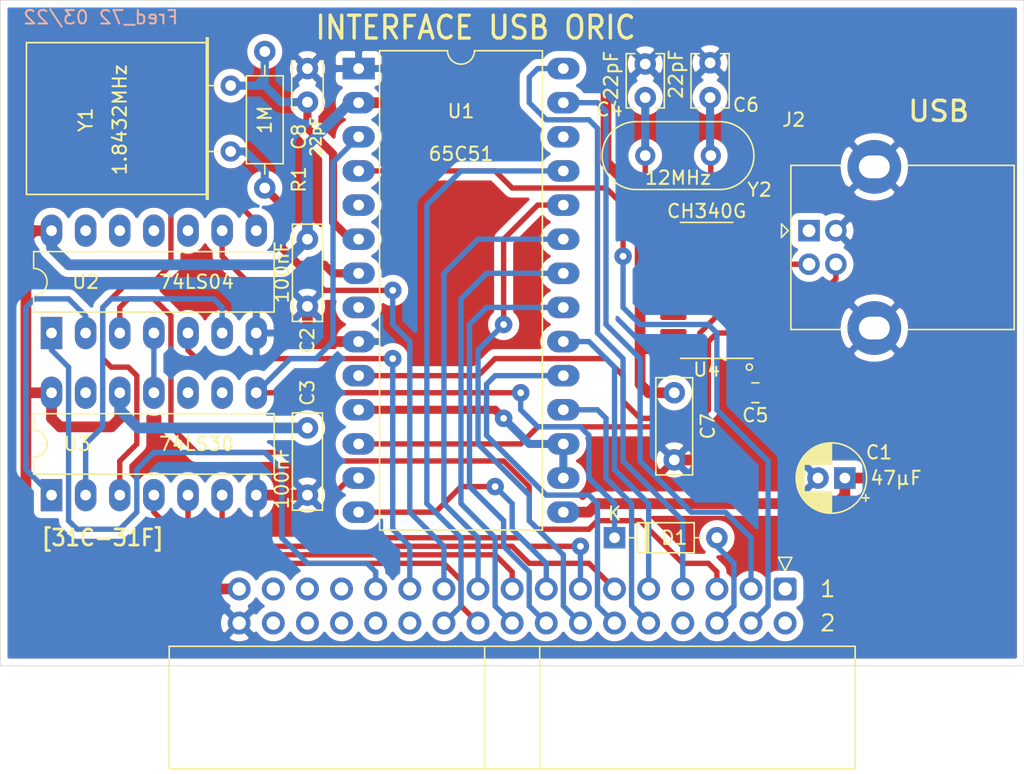
<source format=kicad_pcb>
(kicad_pcb (version 20171130) (host pcbnew "(5.1.12)-1")
  (title_block (title "INTERFACE ACIA ORIC") (rev 1.0))
  (layers (0 F.Cu signal) (31 B.Cu signal) (34 B.Paste user) (35 F.Paste user) (36 B.SilkS user) (37 F.SilkS user) (38 B.Mask user) (39 F.Mask user) (44 Edge.Cuts user))
  (net 0 "")
  (net 1 GND)
  (net 2 VCC)
  (net 3 /~RESET)
  (net 4 /D0)
  (net 5 /D1)
  (net 6 /D2)
  (net 7 /D3)
  (net 8 /D4)
  (net 9 /D5)
  (net 10 /D6)
  (net 11 /D7)
  (net 12 /A0)
  (net 13 /A1)
  (net 14 /A2)
  (net 15 /A3)
  (net 16 /A4)
  (net 17 /A5)
  (net 18 /A6)
  (net 19 /A7)
  (net 20 /A8)
  (net 21 /A9)
  (net 22 /A10)
  (net 23 /A11)
  (net 24 /A12)
  (net 25 /A13)
  (net 26 /A14)
  (net 27 /A15)
  (net 28 "Net-(C4-Pad2)")
  (net 29 "Net-(C6-Pad2)")
  (net 30 /~IOCTRL)
  (net 31 "Net-(D1-Pad1)")
  (net 32 /~IRQ)
  (net 33 /~ROMDIS)
  (net 34 /R_~W)
  (net 35 /~IO)
  (net 36 /PHI2)
  (net 37 /~MAP)
  (net 38 "Net-(U1-Pad5)")
  (net 39 "Net-(U1-Pad8)")
  (net 40 "Net-(U2-Pad6)")
  (net 41 "Net-(U2-Pad2)")
  (net 42 "Net-(U2-Pad8)")
  (net 43 "Net-(C5-Pad1)")
  (net 44 "Net-(U1-Pad26)")
  (net 45 "Net-(U1-Pad12)")
  (net 46 "Net-(U1-Pad11)")
  (net 47 "Net-(U1-Pad10)")
  (net 48 "Net-(U2-Pad4)")
  (net 49 "Net-(J2-Pad2)")
  (net 50 "Net-(J2-Pad3)")
  (net 51 "Net-(U4-Pad9)")
  (net 52 "Net-(J2-Pad1)")
  (net 53 "Net-(C8-Pad2)")
  (net 54 "Net-(R1-Pad1)")
  (net 55 "Net-(U4-Pad15)")
  (net 56 "Net-(U4-Pad14)")
  (net 57 "Net-(U4-Pad13)")
  (net 58 "Net-(U4-Pad12)")
  (net 59 "Net-(U4-Pad11)")
  (net 60 "Net-(U4-Pad10)")
  (module Capacitor_THT:C_Rect_L7.0mm_W2.5mm_P5.00mm (layer F.Cu) (at 164.465 81.28 270)
    (fp_text reference C7 (at 2.5 -2.5 90) (layer F.SilkS))
    (fp_text value 100nF)
    (pad 2 thru_hole circle (at 5 0 270) (size 1.6 1.6) (drill 0.8) (layers *.Cu *.Mask) (net 1 GND))
    (pad 1 thru_hole circle (at 0 0 270) (size 1.6 1.6) (drill 0.8) (layers *.Cu *.Mask) (net 2 VCC))
  )
  (module Capacitor_SMD:C_0805_2012Metric (layer F.Cu) (at 170.5 81.28 180)
    (fp_text reference C5 (at 0 -1.68) (layer F.SilkS))
    (fp_text value 100nF)
    (pad 2 smd roundrect (at 0.95 0 180) (size 1 1.45) (layers F.Cu F.Paste F.Mask) (net 1 GND))
    (pad 1 smd roundrect (at -0.95 0 180) (size 1 1.45) (layers F.Cu F.Paste F.Mask) (net 43 "Net-(C5-Pad1)"))
  )
  (module Package_SO:SOIC-16_3.9x9.9mm_P1.27mm (layer F.Cu) (at 166.878 73.66 180)
    (fp_text reference U4 (at 0 -5.9 180) (layer F.SilkS))
    (fp_text value CH340G (at 0 5.9 180) (layer F.SilkS))
    (pad 16 smd roundrect (at 2.475 -4.445 180) (size 1.95 0.6) (layers F.Cu F.Paste F.Mask) (net 2 VCC))
    (pad 15 smd roundrect (at 2.475 -3.175 180) (size 1.95 0.6) (layers F.Cu F.Paste F.Mask) (net 55 "Net-(U4-Pad15)"))
    (pad 14 smd roundrect (at 2.475 -1.905 180) (size 1.95 0.6) (layers F.Cu F.Paste F.Mask) (net 56 "Net-(U4-Pad14)"))
    (pad 13 smd roundrect (at 2.475 -0.635 180) (size 1.95 0.6) (layers F.Cu F.Paste F.Mask) (net 57 "Net-(U4-Pad13)"))
    (pad 12 smd roundrect (at 2.475 0.635 180) (size 1.95 0.6) (layers F.Cu F.Paste F.Mask) (net 58 "Net-(U4-Pad12)"))
    (pad 11 smd roundrect (at 2.475 1.905 180) (size 1.95 0.6) (layers F.Cu F.Paste F.Mask) (net 59 "Net-(U4-Pad11)"))
    (pad 10 smd roundrect (at 2.475 3.175 180) (size 1.95 0.6) (layers F.Cu F.Paste F.Mask) (net 60 "Net-(U4-Pad10)"))
    (pad 9 smd roundrect (at 2.475 4.445 180) (size 1.95 0.6) (layers F.Cu F.Paste F.Mask) (net 51 "Net-(U4-Pad9)"))
    (pad 8 smd roundrect (at -2.475 4.445 180) (size 1.95 0.6) (layers F.Cu F.Paste F.Mask) (net 29 "Net-(C6-Pad2)"))
    (pad 7 smd roundrect (at -2.475 3.175 180) (size 1.95 0.6) (layers F.Cu F.Paste F.Mask) (net 28 "Net-(C4-Pad2)"))
    (pad 6 smd roundrect (at -2.475 1.905 180) (size 1.95 0.6) (layers F.Cu F.Paste F.Mask) (net 49 "Net-(J2-Pad2)"))
    (pad 5 smd roundrect (at -2.475 0.635 180) (size 1.95 0.6) (layers F.Cu F.Paste F.Mask) (net 50 "Net-(J2-Pad3)"))
    (pad 4 smd roundrect (at -2.475 -0.635 180) (size 1.95 0.6) (layers F.Cu F.Paste F.Mask) (net 43 "Net-(C5-Pad1)"))
    (pad 3 smd roundrect (at -2.475 -1.905 180) (size 1.95 0.6) (layers F.Cu F.Paste F.Mask) (net 47 "Net-(U1-Pad10)"))
    (pad 2 smd roundrect (at -2.475 -3.175 180) (size 1.95 0.6) (layers F.Cu F.Paste F.Mask) (net 45 "Net-(U1-Pad12)"))
    (pad 1 smd roundrect (at -2.475 -4.445 180) (size 1.95 0.6) (layers F.Cu F.Paste F.Mask) (net 1 GND))
  )
  (module Crystal:Crystal_HC49-U_Vertical (layer F.Cu) (at 162.306 63.627)
    (fp_text reference Y2 (at 8.509 2.54) (layer F.SilkS))
    (fp_text value 12MHz (at 2.44 1.651) (layer F.SilkS))
    (pad 2 thru_hole circle (at 4.88 0) (size 1.5 1.5) (drill 0.8) (layers *.Cu *.Mask) (net 29 "Net-(C6-Pad2)"))
    (pad 1 thru_hole circle (at 0 0) (size 1.5 1.5) (drill 0.8) (layers *.Cu *.Mask) (net 28 "Net-(C4-Pad2)"))
  )
  (module Connector_USB:USB_B_Lumberg_2411_02_Horizontal (layer F.Cu) (at 174.498 69.215)
    (fp_text reference J2 (at -1.143 -8.255) (layer F.SilkS))
    (fp_text value USB_B)
    (pad 5 thru_hole circle (at 4.86 -4.75 90) (size 4 4) (drill oval 1.7 2.3) (layers *.Cu *.Mask) (net 1 GND))
    (pad 5 thru_hole circle (at 4.86 7.25 90) (size 4 4) (drill oval 1.7 2.3) (layers *.Cu *.Mask) (net 1 GND))
    (pad 4 thru_hole circle (at 2 0 90) (size 1.6 1.6) (drill 0.95) (layers *.Cu *.Mask) (net 1 GND))
    (pad 3 thru_hole circle (at 2 2.5 90) (size 1.6 1.6) (drill 0.95) (layers *.Cu *.Mask) (net 50 "Net-(J2-Pad3)"))
    (pad 2 thru_hole circle (at 0 2.5 90) (size 1.6 1.6) (drill 0.95) (layers *.Cu *.Mask) (net 49 "Net-(J2-Pad2)"))
    (pad 1 thru_hole rect (at 0 0 90) (size 1.6 1.6) (drill 0.95) (layers *.Cu *.Mask) (net 52 "Net-(J2-Pad1)"))
  )
  (module Capacitor_THT:C_Disc_D3.8mm_W2.6mm_P2.50mm (layer F.Cu) (at 167.132 56.809 270)
    (fp_text reference C6 (at 3.048 -2.667 180) (layer F.SilkS))
    (fp_text value 22pF (at 0.762 2.54 90) (layer F.SilkS))
    (pad 2 thru_hole circle (at 2.5 0 270) (size 1.6 1.6) (drill 0.8) (layers *.Cu *.Mask) (net 29 "Net-(C6-Pad2)"))
    (pad 1 thru_hole circle (at -0.087 0 270) (size 1.6 1.6) (drill 0.8) (layers *.Cu *.Mask) (net 1 GND))
  )
  (module Capacitor_THT:C_Disc_D3.8mm_W2.6mm_P2.50mm (layer F.Cu) (at 162.306 56.809 270)
    (fp_text reference C4 (at 3.389 2.667 180) (layer F.SilkS))
    (fp_text value 22pF (at 0.849 2.54 90) (layer F.SilkS))
    (pad 2 thru_hole circle (at 2.5 0 270) (size 1.6 1.6) (drill 0.8) (layers *.Cu *.Mask) (net 28 "Net-(C4-Pad2)"))
    (pad 1 thru_hole circle (at 0 0 270) (size 1.6 1.6) (drill 0.8) (layers *.Cu *.Mask) (net 1 GND))
  )
  (module Resistor_THT:R_Axial_DIN0207_L6.3mm_D2.5mm_P10.16mm_Horizontal (layer F.Cu) (at 133.985 66.04 90)
    (fp_text reference R1 (at 0.635 2.54 270) (layer F.SilkS))
    (fp_text value 1M (at 5.08 0 270) (layer F.SilkS))
    (pad 2 thru_hole oval (at 10.16 0 90) (size 1.6 1.6) (drill 0.8) (layers *.Cu *.Mask) (net 53 "Net-(C8-Pad2)"))
    (pad 1 thru_hole circle (at 0 0 90) (size 1.6 1.6) (drill 0.8) (layers *.Cu *.Mask) (net 54 "Net-(R1-Pad1)"))
  )
  (module Crystal:Crystal_HC49-U_Horizontal (layer F.Cu) (at 131.445 58.42 270)
    (fp_text reference Y1 (at 2.54 10.795 90) (layer F.SilkS))
    (fp_text value 1.8432MHz (at 2.54 8.255 90) (layer F.SilkS))
    (pad 2 thru_hole circle (at 4.9 0 270) (size 1.5 1.5) (drill 0.8) (layers *.Cu *.Mask) (net 54 "Net-(R1-Pad1)"))
    (pad 1 thru_hole circle (at 0 0 270) (size 1.5 1.5) (drill 0.8) (layers *.Cu *.Mask) (net 53 "Net-(C8-Pad2)"))
  )
  (module Capacitor_THT:C_Disc_D3.4mm_W2.1mm_P2.50mm (layer F.Cu) (at 137.16 57.15 270)
    (fp_text reference C8 (at 5.08 0.635 90) (layer F.SilkS))
    (fp_text value 22pF (at 5.08 -0.635 90) (layer F.SilkS) (effects (font (size 0.8 0.8))))
    (pad 2 thru_hole circle (at 2.5 0 270) (size 1.6 1.6) (drill 0.8) (layers *.Cu *.Mask) (net 53 "Net-(C8-Pad2)"))
    (pad 1 thru_hole circle (at 0 0 270) (size 1.6 1.6) (drill 0.8) (layers *.Cu *.Mask) (net 1 GND))
  )
  (module Package_DIP:DIP-14_W7.62mm_LongPads (layer F.Cu) (at 118.11 76.835 90)
    (fp_text reference U2 (at 3.81 2.54 180) (layer F.SilkS))
    (fp_text value 74LS04 (at 3.81 10.795 180) (layer F.SilkS))
    (pad 14 thru_hole oval (at 7.62 0 90) (size 2.4 1.6) (drill 0.8) (layers *.Cu *.Mask) (net 2 VCC))
    (pad 7 thru_hole oval (at 0 15.24 90) (size 2.4 1.6) (drill 0.8) (layers *.Cu *.Mask) (net 1 GND))
    (pad 13 thru_hole oval (at 7.62 2.54 90) (size 2.4 1.6) (drill 0.8) (layers *.Cu *.Mask))
    (pad 6 thru_hole oval (at 0 12.7 90) (size 2.4 1.6) (drill 0.8) (layers *.Cu *.Mask) (net 40 "Net-(U2-Pad6)"))
    (pad 12 thru_hole oval (at 7.62 5.08 90) (size 2.4 1.6) (drill 0.8) (layers *.Cu *.Mask))
    (pad 5 thru_hole oval (at 0 10.16 90) (size 2.4 1.6) (drill 0.8) (layers *.Cu *.Mask) (net 18 /A6))
    (pad 11 thru_hole oval (at 7.62 7.62 90) (size 2.4 1.6) (drill 0.8) (layers *.Cu *.Mask))
    (pad 4 thru_hole oval (at 0 7.62 90) (size 2.4 1.6) (drill 0.8) (layers *.Cu *.Mask) (net 48 "Net-(U2-Pad4)"))
    (pad 10 thru_hole oval (at 7.62 10.16 90) (size 2.4 1.6) (drill 0.8) (layers *.Cu *.Mask))
    (pad 3 thru_hole oval (at 0 5.08 90) (size 2.4 1.6) (drill 0.8) (layers *.Cu *.Mask) (net 35 /~IO))
    (pad 9 thru_hole oval (at 7.62 12.7 90) (size 2.4 1.6) (drill 0.8) (layers *.Cu *.Mask) (net 17 /A5))
    (pad 2 thru_hole oval (at 0 2.54 90) (size 2.4 1.6) (drill 0.8) (layers *.Cu *.Mask) (net 41 "Net-(U2-Pad2)"))
    (pad 8 thru_hole oval (at 7.62 15.24 90) (size 2.4 1.6) (drill 0.8) (layers *.Cu *.Mask) (net 42 "Net-(U2-Pad8)"))
    (pad 1 thru_hole rect (at 0 0 90) (size 2.4 1.6) (drill 0.8) (layers *.Cu *.Mask) (net 19 /A7))
  )
  (module Package_DIP:DIP-28_W15.24mm_LongPads (layer F.Cu) (at 140.97 57.15)
    (fp_text reference U1 (at 7.62 3.175) (layer F.SilkS))
    (fp_text value 65C51 (at 7.62 6.35) (layer F.SilkS))
    (pad 28 thru_hole oval (at 15.24 0) (size 2.4 1.6) (drill 0.8) (layers *.Cu *.Mask) (net 34 /R_~W))
    (pad 14 thru_hole oval (at 0 33.02) (size 2.4 1.6) (drill 0.8) (layers *.Cu *.Mask) (net 13 /A1))
    (pad 27 thru_hole oval (at 15.24 2.54) (size 2.4 1.6) (drill 0.8) (layers *.Cu *.Mask) (net 36 /PHI2))
    (pad 13 thru_hole oval (at 0 30.48) (size 2.4 1.6) (drill 0.8) (layers *.Cu *.Mask) (net 12 /A0))
    (pad 26 thru_hole oval (at 15.24 5.08) (size 2.4 1.6) (drill 0.8) (layers *.Cu *.Mask) (net 44 "Net-(U1-Pad26)"))
    (pad 12 thru_hole oval (at 0 27.94) (size 2.4 1.6) (drill 0.8) (layers *.Cu *.Mask) (net 45 "Net-(U1-Pad12)"))
    (pad 25 thru_hole oval (at 15.24 7.62) (size 2.4 1.6) (drill 0.8) (layers *.Cu *.Mask) (net 11 /D7))
    (pad 11 thru_hole oval (at 0 25.4) (size 2.4 1.6) (drill 0.8) (layers *.Cu *.Mask) (net 46 "Net-(U1-Pad11)"))
    (pad 24 thru_hole oval (at 15.24 10.16) (size 2.4 1.6) (drill 0.8) (layers *.Cu *.Mask) (net 10 /D6))
    (pad 10 thru_hole oval (at 0 22.86) (size 2.4 1.6) (drill 0.8) (layers *.Cu *.Mask) (net 47 "Net-(U1-Pad10)"))
    (pad 23 thru_hole oval (at 15.24 12.7) (size 2.4 1.6) (drill 0.8) (layers *.Cu *.Mask) (net 9 /D5))
    (pad 9 thru_hole oval (at 0 20.32) (size 2.4 1.6) (drill 0.8) (layers *.Cu *.Mask) (net 1 GND))
    (pad 22 thru_hole oval (at 15.24 15.24) (size 2.4 1.6) (drill 0.8) (layers *.Cu *.Mask) (net 8 /D4))
    (pad 8 thru_hole oval (at 0 17.78) (size 2.4 1.6) (drill 0.8) (layers *.Cu *.Mask) (net 39 "Net-(U1-Pad8)"))
    (pad 21 thru_hole oval (at 15.24 17.78) (size 2.4 1.6) (drill 0.8) (layers *.Cu *.Mask) (net 7 /D3))
    (pad 7 thru_hole oval (at 0 15.24) (size 2.4 1.6) (drill 0.8) (layers *.Cu *.Mask) (net 54 "Net-(R1-Pad1)"))
    (pad 20 thru_hole oval (at 15.24 20.32) (size 2.4 1.6) (drill 0.8) (layers *.Cu *.Mask) (net 6 /D2))
    (pad 6 thru_hole oval (at 0 12.7) (size 2.4 1.6) (drill 0.8) (layers *.Cu *.Mask) (net 53 "Net-(C8-Pad2)"))
    (pad 19 thru_hole oval (at 15.24 22.86) (size 2.4 1.6) (drill 0.8) (layers *.Cu *.Mask) (net 5 /D1))
    (pad 5 thru_hole oval (at 0 10.16) (size 2.4 1.6) (drill 0.8) (layers *.Cu *.Mask) (net 38 "Net-(U1-Pad5)"))
    (pad 18 thru_hole oval (at 15.24 25.4) (size 2.4 1.6) (drill 0.8) (layers *.Cu *.Mask) (net 4 /D0))
    (pad 4 thru_hole oval (at 0 7.62) (size 2.4 1.6) (drill 0.8) (layers *.Cu *.Mask) (net 3 /~RESET))
    (pad 17 thru_hole oval (at 15.24 27.94) (size 2.4 1.6) (drill 0.8) (layers *.Cu *.Mask) (net 46 "Net-(U1-Pad11)"))
    (pad 3 thru_hole oval (at 0 5.08) (size 2.4 1.6) (drill 0.8) (layers *.Cu *.Mask) (net 31 "Net-(D1-Pad1)"))
    (pad 16 thru_hole oval (at 15.24 30.48) (size 2.4 1.6) (drill 0.8) (layers *.Cu *.Mask) (net 46 "Net-(U1-Pad11)"))
    (pad 2 thru_hole oval (at 0 2.54) (size 2.4 1.6) (drill 0.8) (layers *.Cu *.Mask) (net 2 VCC))
    (pad 15 thru_hole oval (at 15.24 33.02) (size 2.4 1.6) (drill 0.8) (layers *.Cu *.Mask) (net 2 VCC))
    (pad 1 thru_hole rect (at 0 0) (size 2.4 1.6) (drill 0.8) (layers *.Cu *.Mask) (net 1 GND))
  )
  (module Connector_IDC:IDC-Header_2x17_P2.54mm_Horizontal (layer F.Cu) (at 172.72 95.885 270)
    (fp_text reference J1 hide)
    (fp_text value SLOT1)
    (pad 34 thru_hole circle (at 2.54 40.64 270) (size 1.7 1.7) (drill 1) (layers *.Cu *.Mask) (net 1 GND))
    (pad 32 thru_hole circle (at 2.54 38.1 270) (size 1.7 1.7) (drill 1) (layers *.Cu *.Mask) (net 23 /A11))
    (pad 30 thru_hole circle (at 2.54 35.56 270) (size 1.7 1.7) (drill 1) (layers *.Cu *.Mask) (net 24 /A12))
    (pad 28 thru_hole circle (at 2.54 33.02 270) (size 1.7 1.7) (drill 1) (layers *.Cu *.Mask) (net 25 /A13))
    (pad 26 thru_hole circle (at 2.54 30.48 270) (size 1.7 1.7) (drill 1) (layers *.Cu *.Mask) (net 26 /A14))
    (pad 24 thru_hole circle (at 2.54 27.94 270) (size 1.7 1.7) (drill 1) (layers *.Cu *.Mask) (net 27 /A15))
    (pad 22 thru_hole circle (at 2.54 25.4 270) (size 1.7 1.7) (drill 1) (layers *.Cu *.Mask) (net 11 /D7))
    (pad 20 thru_hole circle (at 2.54 22.86 270) (size 1.7 1.7) (drill 1) (layers *.Cu *.Mask) (net 16 /A4))
    (pad 18 thru_hole circle (at 2.54 20.32 270) (size 1.7 1.7) (drill 1) (layers *.Cu *.Mask) (net 8 /D4))
    (pad 16 thru_hole circle (at 2.54 17.78 270) (size 1.7 1.7) (drill 1) (layers *.Cu *.Mask) (net 7 /D3))
    (pad 14 thru_hole circle (at 2.54 15.24 270) (size 1.7 1.7) (drill 1) (layers *.Cu *.Mask) (net 10 /D6))
    (pad 12 thru_hole circle (at 2.54 12.7 270) (size 1.7 1.7) (drill 1) (layers *.Cu *.Mask) (net 5 /D1))
    (pad 10 thru_hole circle (at 2.54 10.16 270) (size 1.7 1.7) (drill 1) (layers *.Cu *.Mask) (net 4 /D0))
    (pad 8 thru_hole circle (at 2.54 7.62 270) (size 1.7 1.7) (drill 1) (layers *.Cu *.Mask) (net 32 /~IRQ))
    (pad 6 thru_hole circle (at 2.54 5.08 270) (size 1.7 1.7) (drill 1) (layers *.Cu *.Mask) (net 30 /~IOCTRL))
    (pad 4 thru_hole circle (at 2.54 2.54 270) (size 1.7 1.7) (drill 1) (layers *.Cu *.Mask) (net 3 /~RESET))
    (pad 2 thru_hole circle (at 2.54 0 270) (size 1.7 1.7) (drill 1) (layers *.Cu *.Mask) (net 33 /~ROMDIS))
    (pad 33 thru_hole circle (at 0 40.64 270) (size 1.7 1.7) (drill 1) (layers *.Cu *.Mask) (net 2 VCC))
    (pad 31 thru_hole circle (at 0 38.1 270) (size 1.7 1.7) (drill 1) (layers *.Cu *.Mask) (net 22 /A10))
    (pad 29 thru_hole circle (at 0 35.56 270) (size 1.7 1.7) (drill 1) (layers *.Cu *.Mask) (net 21 /A9))
    (pad 27 thru_hole circle (at 0 33.02 270) (size 1.7 1.7) (drill 1) (layers *.Cu *.Mask) (net 20 /A8))
    (pad 25 thru_hole circle (at 0 30.48 270) (size 1.7 1.7) (drill 1) (layers *.Cu *.Mask) (net 19 /A7))
    (pad 23 thru_hole circle (at 0 27.94 270) (size 1.7 1.7) (drill 1) (layers *.Cu *.Mask) (net 18 /A6))
    (pad 21 thru_hole circle (at 0 25.4 270) (size 1.7 1.7) (drill 1) (layers *.Cu *.Mask) (net 17 /A5))
    (pad 19 thru_hole circle (at 0 22.86 270) (size 1.7 1.7) (drill 1) (layers *.Cu *.Mask) (net 9 /D5))
    (pad 17 thru_hole circle (at 0 20.32 270) (size 1.7 1.7) (drill 1) (layers *.Cu *.Mask) (net 14 /A2))
    (pad 15 thru_hole circle (at 0 17.78 270) (size 1.7 1.7) (drill 1) (layers *.Cu *.Mask) (net 13 /A1))
    (pad 13 thru_hole circle (at 0 15.24 270) (size 1.7 1.7) (drill 1) (layers *.Cu *.Mask) (net 12 /A0))
    (pad 11 thru_hole circle (at 0 12.7 270) (size 1.7 1.7) (drill 1) (layers *.Cu *.Mask) (net 15 /A3))
    (pad 9 thru_hole circle (at 0 10.16 270) (size 1.7 1.7) (drill 1) (layers *.Cu *.Mask) (net 6 /D2))
    (pad 7 thru_hole circle (at 0 7.62 270) (size 1.7 1.7) (drill 1) (layers *.Cu *.Mask) (net 34 /R_~W))
    (pad 5 thru_hole circle (at 0 5.08 270) (size 1.7 1.7) (drill 1) (layers *.Cu *.Mask) (net 35 /~IO))
    (pad 3 thru_hole circle (at 0 2.54 270) (size 1.7 1.7) (drill 1) (layers *.Cu *.Mask) (net 36 /PHI2))
    (pad 1 thru_hole roundrect (at 0 0 270) (size 1.7 1.7) (drill 1) (layers *.Cu *.Mask) (roundrect_rratio 0.1470588235294118) (net 37 /~MAP))
  )
  (module Diode_THT:D_DO-35_SOD27_P7.62mm_Horizontal (layer F.Cu) (at 160.02 92.075)
    (fp_text reference D1 (at 4.445 0) (layer F.SilkS))
    (fp_text value 1N4148)
    (fp_text user K (at 0 -1.8) (layer F.SilkS))
    (pad 2 thru_hole oval (at 7.62 0) (size 1.6 1.6) (drill 0.8) (layers *.Cu *.Mask) (net 30 /~IOCTRL))
    (pad 1 thru_hole rect (at 0 0) (size 1.6 1.6) (drill 0.8) (layers *.Cu *.Mask) (net 31 "Net-(D1-Pad1)"))
  )
  (module Capacitor_THT:C_Rect_L7.0mm_W2.0mm_P5.00mm (layer F.Cu) (at 137.16 88.9 90)
    (fp_text reference C3 (at 7.62 0 90) (layer F.SilkS))
    (fp_text value 100nF (at 1.27 -1.905 90) (layer F.SilkS))
    (pad 2 thru_hole circle (at 5 0 90) (size 1.6 1.6) (drill 0.8) (layers *.Cu *.Mask) (net 2 VCC))
    (pad 1 thru_hole circle (at 0 0 90) (size 1.6 1.6) (drill 0.8) (layers *.Cu *.Mask) (net 1 GND))
  )
  (module Capacitor_THT:C_Rect_L7.0mm_W2.0mm_P5.00mm (layer F.Cu) (at 137.16 74.85 90)
    (fp_text reference C2 (at -2.54 0 90) (layer F.SilkS))
    (fp_text value 100nF (at 2.54 -1.905 90) (layer F.SilkS))
    (pad 2 thru_hole circle (at 5 0 90) (size 1.6 1.6) (drill 0.8) (layers *.Cu *.Mask) (net 2 VCC))
    (pad 1 thru_hole circle (at 0 0 90) (size 1.6 1.6) (drill 0.8) (layers *.Cu *.Mask) (net 1 GND))
  )
  (module Package_DIP:DIP-14_W7.62mm_LongPads (layer F.Cu) (at 118.11 88.9 90)
    (fp_text reference U3 (at 3.81 1.905 180) (layer F.SilkS))
    (fp_text value 74LS30 (at 3.81 10.795 180) (layer F.SilkS))
    (pad 14 thru_hole oval (at 7.62 0 90) (size 2.4 1.6) (drill 0.8) (layers *.Cu *.Mask) (net 2 VCC))
    (pad 7 thru_hole oval (at 0 15.24 90) (size 2.4 1.6) (drill 0.8) (layers *.Cu *.Mask) (net 1 GND))
    (pad 13 thru_hole oval (at 7.62 2.54 90) (size 2.4 1.6) (drill 0.8) (layers *.Cu *.Mask))
    (pad 6 thru_hole oval (at 0 12.7 90) (size 2.4 1.6) (drill 0.8) (layers *.Cu *.Mask) (net 15 /A3))
    (pad 12 thru_hole oval (at 7.62 5.08 90) (size 2.4 1.6) (drill 0.8) (layers *.Cu *.Mask) (net 2 VCC))
    (pad 5 thru_hole oval (at 0 10.16 90) (size 2.4 1.6) (drill 0.8) (layers *.Cu *.Mask) (net 14 /A2))
    (pad 11 thru_hole oval (at 7.62 7.62 90) (size 2.4 1.6) (drill 0.8) (layers *.Cu *.Mask) (net 48 "Net-(U2-Pad4)"))
    (pad 4 thru_hole oval (at 0 7.62 90) (size 2.4 1.6) (drill 0.8) (layers *.Cu *.Mask) (net 16 /A4))
    (pad 10 thru_hole oval (at 7.62 10.16 90) (size 2.4 1.6) (drill 0.8) (layers *.Cu *.Mask))
    (pad 3 thru_hole oval (at 0 5.08 90) (size 2.4 1.6) (drill 0.8) (layers *.Cu *.Mask) (net 42 "Net-(U2-Pad8)"))
    (pad 9 thru_hole oval (at 7.62 12.7 90) (size 2.4 1.6) (drill 0.8) (layers *.Cu *.Mask))
    (pad 2 thru_hole oval (at 0 2.54 90) (size 2.4 1.6) (drill 0.8) (layers *.Cu *.Mask) (net 40 "Net-(U2-Pad6)"))
    (pad 8 thru_hole oval (at 7.62 15.24 90) (size 2.4 1.6) (drill 0.8) (layers *.Cu *.Mask) (net 31 "Net-(D1-Pad1)"))
    (pad 1 thru_hole rect (at 0 0 90) (size 2.4 1.6) (drill 0.8) (layers *.Cu *.Mask) (net 41 "Net-(U2-Pad2)"))
  )
  (module Capacitor_THT:CP_Radial_D5.0mm_P2.00mm (layer F.Cu) (at 177.165 87.63 180)
    (fp_text reference C1 (at -2.54 1.905) (layer F.SilkS))
    (fp_text value 47µF (at -3.81 0) (layer F.SilkS))
    (pad 2 thru_hole circle (at 2 0 180) (size 1.6 1.6) (drill 0.8) (layers *.Cu *.Mask) (net 1 GND))
    (pad 1 thru_hole rect (at 0 0 180) (size 1.6 1.6) (drill 0.8) (layers *.Cu *.Mask) (net 2 VCC))
  )
  (gr_text USB (at 184.15 60.325) (layer F.SilkS) (effects (font (size 1.5 1.5) (thickness 0.25))))
  (gr_line (start 190.5 52.07) (end 114.3 52.07) (layer Edge.Cuts) (width 0.05))
  (gr_line (start 114.3 101.6) (end 190.5 101.6) (layer Edge.Cuts) (width 0.05))
  (gr_line (start 114.3 52.07) (end 114.3 101.6) (layer Edge.Cuts) (width 0.05))
  (gr_text "Fred_72 03/22" (at 127.635 53.34) (layer B.SilkS) (effects (font (size 1 1)) (justify left mirror)))
  (gr_text "INTERFACE USB ORIC" (at 137.6172 54.102) (layer F.SilkS) (effects (font (size 1.7 1.5) (thickness 0.25)) (justify left)))
  (gr_text 2 (at 175.895 98.425) (layer F.SilkS) (effects (font (size 1.2 1.2))))
  (gr_text 1 (at 175.895 95.885) (layer F.SilkS) (effects (font (size 1.2 1.2))))
  (gr_text [31C-31F] (at 121.92 92.075) (layer F.SilkS) (effects (font (size 1.2 1.1) (thickness 0.2))))
  (gr_line (start 190.5 101.6) (end 190.5 52.07) (layer Edge.Cuts) (width 0.05))
  (segment (start 140.97 77.47) (end 138.43 77.47) (width 0.8) (layer F.Cu) (net 1))
  (segment (start 137.16 76.2) (end 137.16 74.85) (width 0.8) (layer F.Cu) (net 1))
  (segment (start 138.43 77.47) (end 137.16 76.2) (width 0.8) (layer F.Cu) (net 1))
  (segment (start 137.16 88.9) (end 133.35 88.9) (width 0.8) (layer F.Cu) (net 1))
  (segment (start 169.55 78.302) (end 169.353 78.105) (width 0.6) (layer F.Cu) (net 1))
  (segment (start 169.55 81.28) (end 169.55 78.302) (width 0.6) (layer F.Cu) (net 1))
  (segment (start 164.465 86.28) (end 167.085 86.28) (width 0.8) (layer F.Cu) (net 1))
  (segment (start 169.55 83.815) (end 169.55 81.28) (width 0.8) (layer F.Cu) (net 1))
  (segment (start 167.085 86.28) (end 169.55 83.815) (width 0.8) (layer F.Cu) (net 1))
  (segment (start 132.08 95.885) (end 119.38 95.885) (width 0.8) (layer F.Cu) (net 2))
  (segment (start 119.38 95.885) (end 116.205 92.71) (width 0.8) (layer F.Cu) (net 2))
  (segment (start 123.19 81.28) (end 123.19 83.185) (width 0.8) (layer F.Cu) (net 2))
  (segment (start 123.19 83.185) (end 122.555 83.82) (width 0.8) (layer F.Cu) (net 2))
  (segment (start 122.555 83.82) (end 118.745 83.82) (width 0.8) (layer F.Cu) (net 2))
  (segment (start 118.11 83.185) (end 118.11 81.28) (width 0.8) (layer F.Cu) (net 2))
  (segment (start 118.745 83.82) (end 118.11 83.185) (width 0.8) (layer F.Cu) (net 2))
  (segment (start 118.11 69.215) (end 116.84 69.215) (width 0.8) (layer F.Cu) (net 2))
  (segment (start 116.84 69.215) (end 116.205 69.85) (width 0.8) (layer F.Cu) (net 2))
  (segment (start 116.205 92.71) (end 116.205 81.28) (width 0.8) (layer F.Cu) (net 2))
  (segment (start 118.11 81.28) (end 116.205 81.28) (width 0.8) (layer F.Cu) (net 2))
  (segment (start 116.205 69.85) (end 116.205 81.28) (width 0.8) (layer F.Cu) (net 2))
  (segment (start 137.16 83.9) (end 124.54 83.9) (width 0.8) (layer B.Cu) (net 2))
  (segment (start 123.19 82.55) (end 123.19 81.28) (width 0.8) (layer B.Cu) (net 2))
  (segment (start 124.54 83.9) (end 123.19 82.55) (width 0.8) (layer B.Cu) (net 2))
  (segment (start 118.11 69.215) (end 118.11 70.485) (width 0.8) (layer B.Cu) (net 2))
  (segment (start 118.11 70.485) (end 119.38 71.755) (width 0.8) (layer B.Cu) (net 2))
  (segment (start 135.255 71.755) (end 137.16 69.85) (width 0.8) (layer B.Cu) (net 2))
  (segment (start 119.38 71.755) (end 135.255 71.755) (width 0.8) (layer B.Cu) (net 2))
  (segment (start 140.97 59.69) (end 140.335 59.69) (width 0.8) (layer B.Cu) (net 2))
  (segment (start 137.16 62.865) (end 137.16 69.85) (width 0.8) (layer B.Cu) (net 2))
  (segment (start 140.335 59.69) (end 137.16 62.865) (width 0.8) (layer B.Cu) (net 2))
  (segment (start 144.78 59.69) (end 140.97 59.69) (width 0.8) (layer F.Cu) (net 2))
  (segment (start 149.86 54.61) (end 144.78 59.69) (width 0.8) (layer F.Cu) (net 2))
  (segment (start 158.115 90.17) (end 156.21 90.17) (width 0.8) (layer F.Cu) (net 2))
  (segment (start 158.75 89.535) (end 158.115 90.17) (width 0.8) (layer F.Cu) (net 2))
  (segment (start 161.925 54.61) (end 180.975 54.61) (width 0.8) (layer F.Cu) (net 2))
  (segment (start 180.975 54.61) (end 184.785 58.42) (width 0.8) (layer F.Cu) (net 2))
  (segment (start 164.465 89.535) (end 158.75 89.535) (width 0.8) (layer F.Cu) (net 2))
  (segment (start 159.385 64.135) (end 159.385 54.61) (width 0.8) (layer F.Cu) (net 2))
  (segment (start 161.925 66.675) (end 159.385 64.135) (width 0.8) (layer F.Cu) (net 2))
  (segment (start 159.385 54.61) (end 149.86 54.61) (width 0.8) (layer F.Cu) (net 2))
  (segment (start 161.925 54.61) (end 159.385 54.61) (width 0.8) (layer F.Cu) (net 2))
  (segment (start 167.005 89.535) (end 176.53 89.535) (width 0.8) (layer F.Cu) (net 2))
  (segment (start 167.005 89.535) (end 164.465 89.535) (width 0.8) (layer F.Cu) (net 2))
  (segment (start 177.165 88.9) (end 177.165 87.63) (width 0.8) (layer F.Cu) (net 2))
  (segment (start 176.53 89.535) (end 177.165 88.9) (width 0.8) (layer F.Cu) (net 2))
  (segment (start 182.245 87.63) (end 184.785 85.09) (width 0.8) (layer F.Cu) (net 2))
  (segment (start 177.165 87.63) (end 182.245 87.63) (width 0.8) (layer F.Cu) (net 2))
  (segment (start 184.785 58.42) (end 184.785 85.09) (width 0.8) (layer F.Cu) (net 2))
  (segment (start 161.925 76.2) (end 161.925 66.675) (width 0.8) (layer F.Cu) (net 2))
  (segment (start 162.56 81.28) (end 164.465 81.28) (width 0.8) (layer F.Cu) (net 2))
  (segment (start 161.925 80.645) (end 162.56 81.28) (width 0.8) (layer F.Cu) (net 2))
  (segment (start 164.403 78.105) (end 161.925 78.105) (width 0.6) (layer F.Cu) (net 2))
  (segment (start 161.925 78.105) (end 161.925 80.645) (width 0.8) (layer F.Cu) (net 2))
  (segment (start 161.925 76.2) (end 161.925 78.105) (width 0.8) (layer F.Cu) (net 2))
  (via (at 160.655 71.12) (size 1.3) (drill 0.5) (layers F.Cu B.Cu) (net 3))
  (segment (start 152.4 66.04) (end 151.13 64.77) (width 0.4) (layer F.Cu) (net 3))
  (segment (start 159.385 66.04) (end 152.4 66.04) (width 0.4) (layer F.Cu) (net 3))
  (segment (start 160.655 67.31) (end 159.385 66.04) (width 0.4) (layer F.Cu) (net 3))
  (segment (start 151.13 64.77) (end 140.97 64.77) (width 0.4) (layer F.Cu) (net 3))
  (segment (start 160.655 71.12) (end 160.655 67.31) (width 0.4) (layer F.Cu) (net 3))
  (segment (start 171.45 97.155) (end 170.18 98.425) (width 0.4) (layer B.Cu) (net 3))
  (segment (start 171.45 86.36) (end 171.45 97.155) (width 0.4) (layer B.Cu) (net 3))
  (segment (start 167.64 82.55) (end 171.45 86.36) (width 0.4) (layer B.Cu) (net 3))
  (segment (start 167.64 76.835) (end 167.64 82.55) (width 0.4) (layer B.Cu) (net 3))
  (segment (start 167.005 76.2) (end 167.64 76.835) (width 0.4) (layer B.Cu) (net 3))
  (segment (start 161.925 76.2) (end 167.005 76.2) (width 0.4) (layer B.Cu) (net 3))
  (segment (start 160.655 74.93) (end 161.925 76.2) (width 0.4) (layer B.Cu) (net 3))
  (segment (start 160.655 71.12) (end 160.655 74.93) (width 0.4) (layer B.Cu) (net 3))
  (segment (start 161.29 97.155) (end 162.56 98.425) (width 0.4) (layer B.Cu) (net 4))
  (segment (start 158.75 82.55) (end 159.385 83.185) (width 0.4) (layer B.Cu) (net 4))
  (segment (start 156.21 82.55) (end 158.75 82.55) (width 0.4) (layer B.Cu) (net 4))
  (segment (start 161.29 89.535) (end 159.385 87.63) (width 0.4) (layer B.Cu) (net 4))
  (segment (start 161.29 97.155) (end 161.29 89.535) (width 0.4) (layer B.Cu) (net 4))
  (segment (start 159.385 83.185) (end 159.385 87.63) (width 0.4) (layer B.Cu) (net 4))
  (segment (start 158.75 97.155) (end 160.02 98.425) (width 0.4) (layer B.Cu) (net 5))
  (segment (start 158.115 88.9) (end 158.75 89.535) (width 0.4) (layer B.Cu) (net 5))
  (segment (start 154.94 88.9) (end 158.115 88.9) (width 0.4) (layer B.Cu) (net 5))
  (segment (start 150.495 84.455) (end 154.94 88.9) (width 0.4) (layer B.Cu) (net 5))
  (segment (start 150.495 80.645) (end 150.495 84.455) (width 0.4) (layer B.Cu) (net 5))
  (segment (start 151.13 80.01) (end 150.495 80.645) (width 0.4) (layer B.Cu) (net 5))
  (segment (start 158.75 89.535) (end 158.75 97.155) (width 0.4) (layer B.Cu) (net 5))
  (segment (start 156.21 80.01) (end 151.13 80.01) (width 0.4) (layer B.Cu) (net 5))
  (segment (start 158.115 77.47) (end 156.21 77.47) (width 0.4) (layer B.Cu) (net 6))
  (segment (start 160.02 79.375) (end 158.115 77.47) (width 0.4) (layer B.Cu) (net 6))
  (segment (start 160.02 86.995) (end 160.02 79.375) (width 0.4) (layer B.Cu) (net 6))
  (segment (start 162.56 89.535) (end 160.02 86.995) (width 0.4) (layer B.Cu) (net 6))
  (segment (start 162.56 95.885) (end 162.56 89.535) (width 0.4) (layer B.Cu) (net 6))
  (segment (start 153.67 97.155) (end 154.94 98.425) (width 0.4) (layer B.Cu) (net 7))
  (segment (start 153.67 94.615) (end 153.67 97.155) (width 0.4) (layer B.Cu) (net 7))
  (segment (start 151.765 90.805) (end 151.765 92.71) (width 0.4) (layer B.Cu) (net 7))
  (segment (start 149.225 76.2) (end 149.225 88.265) (width 0.4) (layer B.Cu) (net 7))
  (segment (start 149.225 88.265) (end 151.765 90.805) (width 0.4) (layer B.Cu) (net 7))
  (segment (start 150.495 74.93) (end 149.225 76.2) (width 0.4) (layer B.Cu) (net 7))
  (segment (start 151.765 92.71) (end 153.67 94.615) (width 0.4) (layer B.Cu) (net 7))
  (segment (start 156.21 74.93) (end 150.495 74.93) (width 0.4) (layer B.Cu) (net 7))
  (segment (start 150.495 72.39) (end 156.21 72.39) (width 0.4) (layer B.Cu) (net 8))
  (segment (start 148.59 74.295) (end 150.495 72.39) (width 0.4) (layer B.Cu) (net 8))
  (segment (start 148.59 89.535) (end 148.59 74.295) (width 0.4) (layer B.Cu) (net 8))
  (segment (start 151.13 92.075) (end 148.59 89.535) (width 0.4) (layer B.Cu) (net 8))
  (segment (start 151.13 97.155) (end 151.13 92.075) (width 0.4) (layer B.Cu) (net 8))
  (segment (start 152.4 98.425) (end 151.13 97.155) (width 0.4) (layer B.Cu) (net 8))
  (segment (start 149.86 95.885) (end 149.86 92.075) (width 0.4) (layer B.Cu) (net 9))
  (segment (start 149.86 92.075) (end 147.32 89.535) (width 0.4) (layer B.Cu) (net 9))
  (segment (start 147.32 89.535) (end 147.32 72.39) (width 0.4) (layer B.Cu) (net 9))
  (segment (start 149.86 69.85) (end 156.21 69.85) (width 0.4) (layer B.Cu) (net 9))
  (segment (start 147.32 72.39) (end 149.86 69.85) (width 0.4) (layer B.Cu) (net 9))
  (via (at 151.765 76.2) (size 1.3) (drill 0.5) (layers F.Cu B.Cu) (net 10))
  (segment (start 151.765 76.2) (end 151.765 69.85) (width 0.4) (layer F.Cu) (net 10))
  (segment (start 154.305 67.31) (end 156.21 67.31) (width 0.4) (layer F.Cu) (net 10))
  (segment (start 151.765 69.85) (end 154.305 67.31) (width 0.4) (layer F.Cu) (net 10))
  (segment (start 149.86 78.105) (end 151.765 76.2) (width 0.4) (layer B.Cu) (net 10))
  (segment (start 149.86 85.09) (end 149.86 78.105) (width 0.4) (layer B.Cu) (net 10))
  (segment (start 153.67 88.9) (end 149.86 85.09) (width 0.4) (layer B.Cu) (net 10))
  (segment (start 153.67 90.805) (end 153.67 88.9) (width 0.4) (layer B.Cu) (net 10))
  (segment (start 156.21 93.345) (end 153.67 90.805) (width 0.4) (layer B.Cu) (net 10))
  (segment (start 156.21 97.155) (end 156.21 93.345) (width 0.4) (layer B.Cu) (net 10))
  (segment (start 157.48 98.425) (end 156.21 97.155) (width 0.4) (layer B.Cu) (net 10))
  (segment (start 148.59 64.77) (end 156.21 64.77) (width 0.4) (layer B.Cu) (net 11))
  (segment (start 146.05 67.31) (end 148.59 64.77) (width 0.4) (layer B.Cu) (net 11))
  (segment (start 148.59 92.075) (end 146.05 89.535) (width 0.4) (layer B.Cu) (net 11))
  (segment (start 148.59 97.155) (end 148.59 92.075) (width 0.4) (layer B.Cu) (net 11))
  (segment (start 146.05 89.535) (end 146.05 67.31) (width 0.4) (layer B.Cu) (net 11))
  (segment (start 147.32 98.425) (end 148.59 97.155) (width 0.4) (layer B.Cu) (net 11))
  (segment (start 157.48 92.71) (end 157.48 95.885) (width 0.4) (layer B.Cu) (net 12))
  (segment (start 139.7 92.075) (end 139.065 91.44) (width 0.4) (layer F.Cu) (net 12))
  (segment (start 140.335 87.63) (end 140.97 87.63) (width 0.4) (layer F.Cu) (net 12))
  (segment (start 153.035 92.075) (end 139.7 92.075) (width 0.4) (layer F.Cu) (net 12))
  (segment (start 139.065 88.9) (end 140.335 87.63) (width 0.4) (layer F.Cu) (net 12))
  (segment (start 153.67 92.71) (end 153.035 92.075) (width 0.4) (layer F.Cu) (net 12))
  (segment (start 139.065 91.44) (end 139.065 88.9) (width 0.4) (layer F.Cu) (net 12))
  (segment (start 157.48 92.71) (end 153.67 92.71) (width 0.4) (layer F.Cu) (net 12))
  (via (at 157.48 92.71) (size 1.3) (drill 0.5) (layers F.Cu B.Cu) (net 12))
  (segment (start 146.685 90.17) (end 140.97 90.17) (width 0.4) (layer F.Cu) (net 13))
  (segment (start 148.59 88.265) (end 146.685 90.17) (width 0.4) (layer F.Cu) (net 13))
  (segment (start 151.13 88.265) (end 148.59 88.265) (width 0.4) (layer F.Cu) (net 13))
  (segment (start 154.94 93.98) (end 154.94 95.885) (width 0.4) (layer B.Cu) (net 13))
  (segment (start 152.4 91.44) (end 154.94 93.98) (width 0.4) (layer B.Cu) (net 13))
  (segment (start 152.4 89.535) (end 152.4 91.44) (width 0.4) (layer B.Cu) (net 13))
  (segment (start 151.13 88.265) (end 152.4 89.535) (width 0.4) (layer B.Cu) (net 13))
  (via (at 151.13 88.265) (size 1.3) (drill 0.5) (layers F.Cu B.Cu) (net 13))
  (segment (start 128.27 88.9) (end 128.27 90.17) (width 0.4) (layer F.Cu) (net 14))
  (segment (start 152.4 95.885) (end 152.4 94.615) (width 0.4) (layer F.Cu) (net 14))
  (segment (start 152.4 94.615) (end 151.13 93.345) (width 0.4) (layer F.Cu) (net 14))
  (segment (start 151.13 93.345) (end 130.81 93.345) (width 0.4) (layer F.Cu) (net 14))
  (segment (start 128.27 90.805) (end 128.27 88.9) (width 0.4) (layer F.Cu) (net 14))
  (segment (start 130.81 93.345) (end 128.27 90.805) (width 0.4) (layer F.Cu) (net 14))
  (segment (start 130.81 88.9) (end 130.81 91.44) (width 0.4) (layer F.Cu) (net 15))
  (segment (start 130.81 91.44) (end 132.08 92.71) (width 0.4) (layer F.Cu) (net 15))
  (segment (start 158.115 93.98) (end 153.67 93.98) (width 0.4) (layer F.Cu) (net 15))
  (segment (start 153.67 93.98) (end 152.4 92.71) (width 0.4) (layer F.Cu) (net 15))
  (segment (start 132.08 92.71) (end 152.4 92.71) (width 0.4) (layer F.Cu) (net 15))
  (segment (start 158.115 93.98) (end 160.02 95.885) (width 0.4) (layer F.Cu) (net 15))
  (segment (start 125.73 88.9) (end 125.73 90.17) (width 0.4) (layer F.Cu) (net 16))
  (segment (start 125.73 90.17) (end 129.54 93.98) (width 0.4) (layer F.Cu) (net 16))
  (segment (start 129.54 93.98) (end 147.32 93.98) (width 0.4) (layer F.Cu) (net 16))
  (segment (start 147.32 93.98) (end 148.59 95.25) (width 0.4) (layer F.Cu) (net 16))
  (segment (start 148.59 97.155) (end 149.86 98.425) (width 0.4) (layer F.Cu) (net 16))
  (segment (start 148.59 95.25) (end 148.59 97.155) (width 0.4) (layer F.Cu) (net 16))
  (via (at 143.51 73.66) (size 1.3) (drill 0.5) (layers F.Cu B.Cu) (net 17))
  (segment (start 143.51 73.66) (end 143.51 76.2) (width 0.4) (layer B.Cu) (net 17))
  (segment (start 143.51 76.2) (end 144.78 77.47) (width 0.4) (layer B.Cu) (net 17))
  (segment (start 144.78 90.17) (end 147.32 92.71) (width 0.4) (layer B.Cu) (net 17))
  (segment (start 144.78 77.47) (end 144.78 90.17) (width 0.4) (layer B.Cu) (net 17))
  (segment (start 147.32 92.71) (end 147.32 95.885) (width 0.4) (layer B.Cu) (net 17))
  (segment (start 130.81 71.12) (end 130.81 69.215) (width 0.4) (layer F.Cu) (net 17))
  (segment (start 132.715 73.025) (end 130.81 71.12) (width 0.4) (layer F.Cu) (net 17))
  (segment (start 137.795 73.025) (end 132.715 73.025) (width 0.4) (layer F.Cu) (net 17))
  (segment (start 138.43 73.66) (end 137.795 73.025) (width 0.4) (layer F.Cu) (net 17))
  (segment (start 143.51 73.66) (end 138.43 73.66) (width 0.4) (layer F.Cu) (net 17))
  (segment (start 128.27 78.105) (end 128.27 76.835) (width 0.4) (layer F.Cu) (net 18))
  (segment (start 128.905 78.74) (end 128.27 78.105) (width 0.4) (layer F.Cu) (net 18))
  (segment (start 143.51 78.74) (end 128.905 78.74) (width 0.4) (layer F.Cu) (net 18))
  (via (at 143.51 78.74) (size 1.3) (drill 0.5) (layers F.Cu B.Cu) (net 18))
  (segment (start 143.51 91.44) (end 144.78 92.71) (width 0.4) (layer B.Cu) (net 18))
  (segment (start 143.51 78.74) (end 143.51 91.44) (width 0.4) (layer B.Cu) (net 18))
  (segment (start 144.78 95.885) (end 144.78 92.71) (width 0.4) (layer B.Cu) (net 18))
  (segment (start 118.11 78.105) (end 118.11 76.835) (width 0.4) (layer B.Cu) (net 19))
  (segment (start 119.38 79.375) (end 118.11 78.105) (width 0.4) (layer B.Cu) (net 19))
  (segment (start 142.24 95.885) (end 142.24 94.615) (width 0.4) (layer B.Cu) (net 19))
  (segment (start 142.24 94.615) (end 141.605 93.98) (width 0.4) (layer B.Cu) (net 19))
  (segment (start 124.46 86.995) (end 124.46 90.17) (width 0.4) (layer B.Cu) (net 19))
  (segment (start 141.605 93.98) (end 137.16 93.98) (width 0.4) (layer B.Cu) (net 19))
  (segment (start 137.16 93.98) (end 135.255 92.075) (width 0.4) (layer B.Cu) (net 19))
  (segment (start 135.255 92.075) (end 135.255 86.995) (width 0.4) (layer B.Cu) (net 19))
  (segment (start 135.255 86.995) (end 133.985 85.725) (width 0.4) (layer B.Cu) (net 19))
  (segment (start 133.985 85.725) (end 125.73 85.725) (width 0.4) (layer B.Cu) (net 19))
  (segment (start 125.73 85.725) (end 124.46 86.995) (width 0.4) (layer B.Cu) (net 19))
  (segment (start 124.46 90.17) (end 123.19 91.44) (width 0.4) (layer B.Cu) (net 19))
  (segment (start 123.19 91.44) (end 120.015 91.44) (width 0.4) (layer B.Cu) (net 19))
  (segment (start 120.015 91.44) (end 119.38 90.805) (width 0.4) (layer B.Cu) (net 19))
  (segment (start 119.38 90.805) (end 119.38 79.375) (width 0.4) (layer B.Cu) (net 19))
  (segment (start 169.353 70.485) (end 167.767 70.485) (width 0.4) (layer F.Cu) (net 28))
  (segment (start 167.767 70.485) (end 166.878 69.596) (width 0.4) (layer F.Cu) (net 28))
  (segment (start 166.878 69.596) (end 166.878 67.691) (width 0.4) (layer F.Cu) (net 28))
  (segment (start 166.878 67.691) (end 165.735 66.548) (width 0.4) (layer F.Cu) (net 28))
  (segment (start 165.735 66.548) (end 163.576 66.548) (width 0.4) (layer F.Cu) (net 28))
  (segment (start 162.306 65.278) (end 162.306 63.627) (width 0.4) (layer F.Cu) (net 28))
  (segment (start 163.576 66.548) (end 162.306 65.278) (width 0.4) (layer F.Cu) (net 28))
  (segment (start 162.306 59.309) (end 162.306 63.627) (width 0.6) (layer B.Cu) (net 28))
  (segment (start 169.353 69.215) (end 169.353 68.388) (width 0.4) (layer F.Cu) (net 29))
  (segment (start 167.186 66.221) (end 167.186 63.627) (width 0.4) (layer F.Cu) (net 29))
  (segment (start 169.353 68.388) (end 167.186 66.221) (width 0.4) (layer F.Cu) (net 29))
  (segment (start 167.132 63.573) (end 167.186 63.627) (width 0.6) (layer B.Cu) (net 29))
  (segment (start 167.132 59.309) (end 167.132 63.573) (width 0.6) (layer B.Cu) (net 29))
  (segment (start 167.64 92.075) (end 167.64 92.71) (width 0.4) (layer B.Cu) (net 30))
  (segment (start 167.64 92.71) (end 168.91 93.98) (width 0.4) (layer B.Cu) (net 30))
  (segment (start 168.91 97.155) (end 167.64 98.425) (width 0.4) (layer B.Cu) (net 30))
  (segment (start 168.91 93.98) (end 168.91 97.155) (width 0.4) (layer B.Cu) (net 30))
  (segment (start 135.89 78.74) (end 133.35 81.28) (width 0.4) (layer B.Cu) (net 31))
  (segment (start 139.065 64.135) (end 140.97 62.23) (width 0.4) (layer B.Cu) (net 31))
  (segment (start 137.795 78.74) (end 139.065 77.47) (width 0.4) (layer B.Cu) (net 31))
  (segment (start 139.065 77.47) (end 139.065 64.135) (width 0.4) (layer B.Cu) (net 31))
  (segment (start 137.795 78.74) (end 135.89 78.74) (width 0.4) (layer B.Cu) (net 31))
  (segment (start 153.035 81.28) (end 153.035 82.55) (width 0.4) (layer B.Cu) (net 31))
  (segment (start 153.035 82.55) (end 154.305 83.82) (width 0.4) (layer B.Cu) (net 31))
  (segment (start 154.305 83.82) (end 157.48 83.82) (width 0.4) (layer B.Cu) (net 31))
  (segment (start 157.48 83.82) (end 158.115 84.455) (width 0.4) (layer B.Cu) (net 31))
  (segment (start 158.115 84.455) (end 158.115 87.63) (width 0.4) (layer B.Cu) (net 31))
  (segment (start 158.115 87.63) (end 160.02 89.535) (width 0.4) (layer B.Cu) (net 31))
  (segment (start 160.02 89.535) (end 160.02 92.075) (width 0.4) (layer B.Cu) (net 31))
  (via (at 153.035 81.28) (size 1.3) (drill 0.5) (layers F.Cu B.Cu) (net 31))
  (segment (start 153.035 81.28) (end 133.35 81.28) (width 0.4) (layer F.Cu) (net 31))
  (segment (start 154.305 57.15) (end 156.21 57.15) (width 0.4) (layer B.Cu) (net 34))
  (segment (start 153.67 57.785) (end 154.305 57.15) (width 0.4) (layer B.Cu) (net 34))
  (segment (start 153.67 59.69) (end 153.67 57.785) (width 0.4) (layer B.Cu) (net 34))
  (segment (start 158.75 76.835) (end 158.75 61.595) (width 0.4) (layer B.Cu) (net 34))
  (segment (start 154.94 60.96) (end 153.67 59.69) (width 0.4) (layer B.Cu) (net 34))
  (segment (start 160.655 78.74) (end 158.75 76.835) (width 0.4) (layer B.Cu) (net 34))
  (segment (start 158.75 61.595) (end 158.115 60.96) (width 0.4) (layer B.Cu) (net 34))
  (segment (start 160.655 86.36) (end 160.655 78.74) (width 0.4) (layer B.Cu) (net 34))
  (segment (start 158.115 60.96) (end 154.94 60.96) (width 0.4) (layer B.Cu) (net 34))
  (segment (start 165.1 90.805) (end 160.655 86.36) (width 0.4) (layer B.Cu) (net 34))
  (segment (start 165.1 95.885) (end 165.1 90.805) (width 0.4) (layer B.Cu) (net 34))
  (segment (start 123.825 74.295) (end 123.19 74.93) (width 0.4) (layer F.Cu) (net 35))
  (segment (start 125.73 74.295) (end 123.825 74.295) (width 0.4) (layer F.Cu) (net 35))
  (segment (start 127 75.565) (end 125.73 74.295) (width 0.4) (layer F.Cu) (net 35))
  (segment (start 127 83.82) (end 127 75.565) (width 0.4) (layer F.Cu) (net 35))
  (segment (start 167.64 95.885) (end 167.64 94.615) (width 0.4) (layer F.Cu) (net 35))
  (segment (start 151.765 86.36) (end 139.065 86.36) (width 0.4) (layer F.Cu) (net 35))
  (segment (start 167.64 94.615) (end 167.005 93.98) (width 0.4) (layer F.Cu) (net 35))
  (segment (start 154.305 91.44) (end 153.67 90.805) (width 0.4) (layer F.Cu) (net 35))
  (segment (start 167.005 93.98) (end 165.1 93.98) (width 0.4) (layer F.Cu) (net 35))
  (segment (start 161.925 90.805) (end 158.75 90.805) (width 0.4) (layer F.Cu) (net 35))
  (segment (start 165.1 93.98) (end 161.925 90.805) (width 0.4) (layer F.Cu) (net 35))
  (segment (start 158.115 91.44) (end 154.305 91.44) (width 0.4) (layer F.Cu) (net 35))
  (segment (start 123.19 74.93) (end 123.19 76.835) (width 0.4) (layer F.Cu) (net 35))
  (segment (start 153.67 90.805) (end 153.67 88.265) (width 0.4) (layer F.Cu) (net 35))
  (segment (start 128.905 85.725) (end 127 83.82) (width 0.4) (layer F.Cu) (net 35))
  (segment (start 139.065 86.36) (end 138.43 85.725) (width 0.4) (layer F.Cu) (net 35))
  (segment (start 153.67 88.265) (end 151.765 86.36) (width 0.4) (layer F.Cu) (net 35))
  (segment (start 158.75 90.805) (end 158.115 91.44) (width 0.4) (layer F.Cu) (net 35))
  (segment (start 138.43 85.725) (end 128.905 85.725) (width 0.4) (layer F.Cu) (net 35))
  (segment (start 158.75 59.69) (end 156.21 59.69) (width 0.4) (layer B.Cu) (net 36))
  (segment (start 159.385 60.325) (end 158.75 59.69) (width 0.4) (layer B.Cu) (net 36))
  (segment (start 161.925 86.36) (end 161.925 78.74) (width 0.4) (layer B.Cu) (net 36))
  (segment (start 165.735 90.17) (end 161.925 86.36) (width 0.4) (layer B.Cu) (net 36))
  (segment (start 168.275 90.17) (end 165.735 90.17) (width 0.4) (layer B.Cu) (net 36))
  (segment (start 161.925 78.74) (end 159.385 76.2) (width 0.4) (layer B.Cu) (net 36))
  (segment (start 170.18 92.075) (end 168.275 90.17) (width 0.4) (layer B.Cu) (net 36))
  (segment (start 159.385 76.2) (end 159.385 60.325) (width 0.4) (layer B.Cu) (net 36))
  (segment (start 170.18 95.885) (end 170.18 92.075) (width 0.4) (layer B.Cu) (net 36))
  (segment (start 120.65 88.9) (end 120.65 85.09) (width 0.4) (layer B.Cu) (net 40))
  (segment (start 120.65 85.09) (end 121.92 83.82) (width 0.4) (layer B.Cu) (net 40))
  (segment (start 121.92 83.82) (end 121.92 74.93) (width 0.4) (layer B.Cu) (net 40))
  (segment (start 121.92 74.93) (end 122.555 74.295) (width 0.4) (layer B.Cu) (net 40))
  (segment (start 122.555 74.295) (end 130.175 74.295) (width 0.4) (layer B.Cu) (net 40))
  (segment (start 130.81 74.93) (end 130.81 76.835) (width 0.4) (layer B.Cu) (net 40))
  (segment (start 130.175 74.295) (end 130.81 74.93) (width 0.4) (layer B.Cu) (net 40))
  (segment (start 120.65 76.835) (end 120.65 75.565) (width 0.4) (layer B.Cu) (net 41))
  (segment (start 120.65 75.565) (end 119.38 74.295) (width 0.4) (layer B.Cu) (net 41))
  (segment (start 119.38 74.295) (end 116.84 74.295) (width 0.4) (layer B.Cu) (net 41))
  (segment (start 116.84 74.295) (end 116.205 74.93) (width 0.4) (layer B.Cu) (net 41))
  (segment (start 116.205 86.995) (end 118.11 88.9) (width 0.4) (layer B.Cu) (net 41))
  (segment (start 116.205 74.93) (end 116.205 86.995) (width 0.4) (layer B.Cu) (net 41))
  (segment (start 133.35 68.58) (end 133.35 69.215) (width 0.4) (layer F.Cu) (net 42))
  (segment (start 132.08 67.31) (end 133.35 68.58) (width 0.4) (layer F.Cu) (net 42))
  (segment (start 123.19 88.9) (end 123.19 86.36) (width 0.4) (layer F.Cu) (net 42))
  (segment (start 121.92 74.93) (end 123.5075 73.3425) (width 0.4) (layer F.Cu) (net 42))
  (segment (start 123.19 86.36) (end 124.46 85.09) (width 0.4) (layer F.Cu) (net 42))
  (segment (start 127 67.945) (end 127.635 67.31) (width 0.4) (layer F.Cu) (net 42))
  (segment (start 124.46 85.09) (end 124.46 80.01) (width 0.4) (layer F.Cu) (net 42))
  (segment (start 127 71.755) (end 127 67.945) (width 0.4) (layer F.Cu) (net 42))
  (segment (start 124.46 80.01) (end 123.825 79.375) (width 0.4) (layer F.Cu) (net 42))
  (segment (start 127.635 67.31) (end 132.08 67.31) (width 0.4) (layer F.Cu) (net 42))
  (segment (start 123.825 79.375) (end 122.555 79.375) (width 0.4) (layer F.Cu) (net 42))
  (segment (start 122.555 79.375) (end 121.92 78.74) (width 0.4) (layer F.Cu) (net 42))
  (segment (start 123.5075 73.3425) (end 125.4125 73.3425) (width 0.4) (layer F.Cu) (net 42))
  (segment (start 121.92 78.74) (end 121.92 74.93) (width 0.4) (layer F.Cu) (net 42))
  (segment (start 125.4125 73.3425) (end 127 71.755) (width 0.4) (layer F.Cu) (net 42))
  (segment (start 171.45 81.28) (end 171.45 74.93) (width 0.4) (layer F.Cu) (net 43))
  (segment (start 170.815 74.295) (end 169.353 74.295) (width 0.4) (layer F.Cu) (net 43))
  (segment (start 171.45 74.93) (end 170.815 74.295) (width 0.4) (layer F.Cu) (net 43))
  (segment (start 167.64 76.835) (end 169.353 76.835) (width 0.4) (layer F.Cu) (net 45))
  (segment (start 167.005 77.47) (end 167.64 76.835) (width 0.4) (layer F.Cu) (net 45))
  (segment (start 165.735 83.82) (end 167.005 82.55) (width 0.4) (layer F.Cu) (net 45))
  (segment (start 167.005 82.55) (end 167.005 77.47) (width 0.4) (layer F.Cu) (net 45))
  (segment (start 153.035 85.09) (end 154.305 83.82) (width 0.4) (layer F.Cu) (net 45))
  (segment (start 154.305 83.82) (end 165.735 83.82) (width 0.4) (layer F.Cu) (net 45))
  (segment (start 140.97 85.09) (end 153.035 85.09) (width 0.4) (layer F.Cu) (net 45))
  (segment (start 156.21 85.09) (end 156.21 87.63) (width 0.6) (layer B.Cu) (net 46))
  (via (at 151.765 83.185) (size 1.3) (drill 0.5) (layers F.Cu B.Cu) (net 46))
  (segment (start 153.67 85.09) (end 151.765 83.185) (width 0.6) (layer B.Cu) (net 46))
  (segment (start 156.21 85.09) (end 153.67 85.09) (width 0.6) (layer B.Cu) (net 46))
  (segment (start 151.765 83.185) (end 151.13 82.55) (width 0.6) (layer F.Cu) (net 46))
  (segment (start 151.13 82.55) (end 140.97 82.55) (width 0.6) (layer F.Cu) (net 46))
  (segment (start 149.86 80.01) (end 140.97 80.01) (width 0.4) (layer F.Cu) (net 47))
  (segment (start 159.385 78.74) (end 151.13 78.74) (width 0.4) (layer F.Cu) (net 47))
  (segment (start 160.655 80.01) (end 159.385 78.74) (width 0.4) (layer F.Cu) (net 47))
  (segment (start 160.655 81.915) (end 160.655 80.01) (width 0.4) (layer F.Cu) (net 47))
  (segment (start 151.13 78.74) (end 149.86 80.01) (width 0.4) (layer F.Cu) (net 47))
  (segment (start 165.1 83.185) (end 161.925 83.185) (width 0.4) (layer F.Cu) (net 47))
  (segment (start 161.925 83.185) (end 160.655 81.915) (width 0.4) (layer F.Cu) (net 47))
  (segment (start 166.37 81.915) (end 165.1 83.185) (width 0.4) (layer F.Cu) (net 47))
  (segment (start 166.37 76.835) (end 166.37 81.915) (width 0.4) (layer F.Cu) (net 47))
  (segment (start 167.64 75.565) (end 166.37 76.835) (width 0.4) (layer F.Cu) (net 47))
  (segment (start 169.353 75.565) (end 167.64 75.565) (width 0.4) (layer F.Cu) (net 47))
  (segment (start 125.73 76.835) (end 125.73 81.28) (width 0.4) (layer B.Cu) (net 48))
  (segment (start 169.393 71.715) (end 169.353 71.755) (width 0.4) (layer F.Cu) (net 49))
  (segment (start 174.498 71.715) (end 169.393 71.715) (width 0.4) (layer F.Cu) (net 49))
  (segment (start 169.353 73.025) (end 171.831 73.025) (width 0.4) (layer F.Cu) (net 50))
  (segment (start 171.831 73.025) (end 172.466 73.66) (width 0.4) (layer F.Cu) (net 50))
  (segment (start 172.466 73.66) (end 175.641 73.66) (width 0.4) (layer F.Cu) (net 50))
  (segment (start 176.498 72.803) (end 176.498 71.715) (width 0.4) (layer F.Cu) (net 50))
  (segment (start 175.641 73.66) (end 176.498 72.803) (width 0.4) (layer F.Cu) (net 50))
  (segment (start 131.445 58.42) (end 133.35 58.42) (width 0.6) (layer B.Cu) (net 53))
  (segment (start 133.985 57.785) (end 133.985 55.88) (width 0.6) (layer B.Cu) (net 53))
  (segment (start 133.35 58.42) (end 133.985 57.785) (width 0.6) (layer B.Cu) (net 53))
  (segment (start 137.16 59.65) (end 135.215 59.65) (width 0.6) (layer B.Cu) (net 53))
  (segment (start 133.985 58.42) (end 131.445 58.42) (width 0.6) (layer B.Cu) (net 53))
  (segment (start 135.215 59.65) (end 133.985 58.42) (width 0.6) (layer B.Cu) (net 53))
  (segment (start 133.985 55.88) (end 133.985 58.42) (width 0.6) (layer B.Cu) (net 53))
  (segment (start 140.97 69.85) (end 140.335 69.85) (width 0.6) (layer F.Cu) (net 53))
  (segment (start 140.335 69.85) (end 139.065 68.58) (width 0.6) (layer F.Cu) (net 53))
  (segment (start 139.065 68.58) (end 139.065 63.5) (width 0.6) (layer F.Cu) (net 53))
  (segment (start 137.16 61.595) (end 137.16 59.65) (width 0.6) (layer F.Cu) (net 53))
  (segment (start 139.065 63.5) (end 137.16 61.595) (width 0.6) (layer F.Cu) (net 53))
  (segment (start 131.445 63.32) (end 132.535 63.32) (width 0.6) (layer B.Cu) (net 54))
  (segment (start 133.985 64.77) (end 133.985 66.04) (width 0.6) (layer B.Cu) (net 54))
  (segment (start 132.535 63.32) (end 133.985 64.77) (width 0.6) (layer B.Cu) (net 54))
  (segment (start 133.985 66.04) (end 135.255 67.31) (width 0.6) (layer F.Cu) (net 54))
  (segment (start 135.255 67.31) (end 135.255 70.485) (width 0.6) (layer F.Cu) (net 54))
  (segment (start 135.255 70.485) (end 136.525 71.755) (width 0.6) (layer F.Cu) (net 54))
  (segment (start 136.525 71.755) (end 138.43 71.755) (width 0.6) (layer F.Cu) (net 54))
  (segment (start 138.43 71.755) (end 139.065 72.39) (width 0.6) (layer F.Cu) (net 54))
  (segment (start 139.065 72.39) (end 140.97 72.39) (width 0.6) (layer F.Cu) (net 54))
  (zone (net 1) (net_name GND) (layer B.Cu) (connect_pads (clearance 0.508)) (min_thickness 0.254) (fill yes (arc_segments 32) (thermal_gap 0.508) (thermal_bridge_width 0.508))
    (polygon (pts (xy 190.5 101.6) (xy 114.3 101.6) (xy 114.3 52.07) (xy 190.5 52.07)))
  )
  (zone (net 1) (net_name GND) (layer F.Cu) (connect_pads (clearance 0.508)) (min_thickness 0.254) (fill yes (arc_segments 32) (thermal_gap 0.508) (thermal_bridge_width 0.508))
    (polygon (pts (xy 190.5 101.6) (xy 114.3 101.6) (xy 114.3 52.07) (xy 190.5 52.07)))
  )
)
</source>
